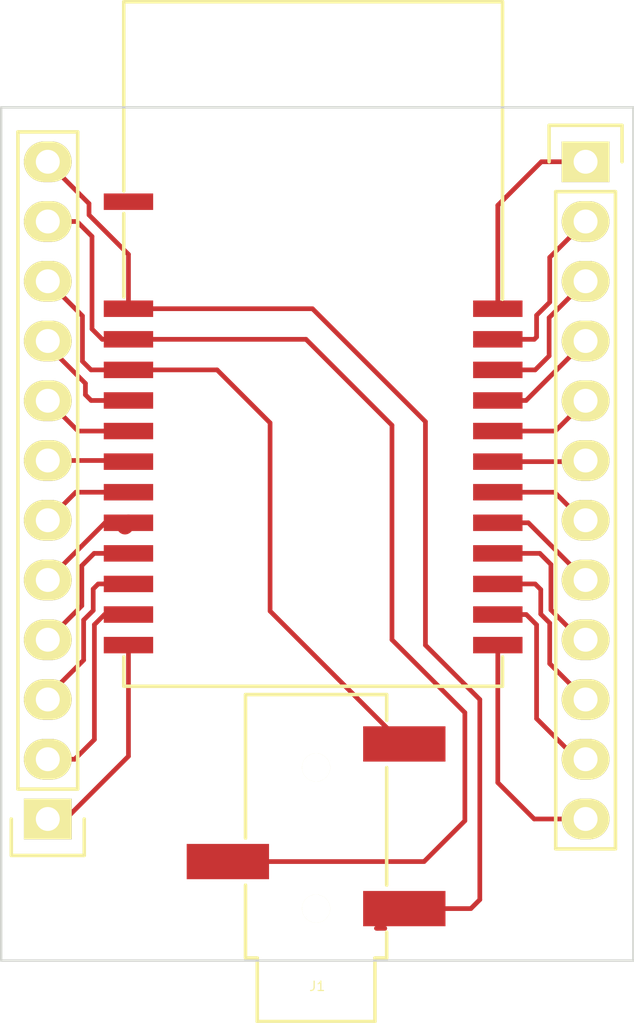
<source format=kicad_pcb>
(kicad_pcb (version 4) (host pcbnew 0.201506232253+5814~23~ubuntu14.04.1-product)

  (general
    (links 27)
    (no_connects 0)
    (area 139.671667 64.042999 172.748334 107.945001)
    (thickness 1.6)
    (drawings 4)
    (tracks 112)
    (zones 0)
    (modules 4)
    (nets 25)
  )

  (page A4)
  (layers
    (0 F.Cu signal)
    (31 B.Cu signal)
    (32 B.Adhes user)
    (33 F.Adhes user)
    (34 B.Paste user)
    (35 F.Paste user)
    (36 B.SilkS user)
    (37 F.SilkS user)
    (38 B.Mask user)
    (39 F.Mask user)
    (40 Dwgs.User user)
    (41 Cmts.User user)
    (42 Eco1.User user)
    (43 Eco2.User user)
    (44 Edge.Cuts user)
    (45 Margin user)
    (46 B.CrtYd user)
    (47 F.CrtYd user)
    (48 B.Fab user)
    (49 F.Fab user)
  )

  (setup
    (last_trace_width 0.2)
    (trace_clearance 0.2)
    (zone_clearance 0.508)
    (zone_45_only no)
    (trace_min 0.2)
    (segment_width 0.2)
    (edge_width 0.1)
    (via_size 0.6)
    (via_drill 0.4)
    (via_min_size 0.4)
    (via_min_drill 0.3)
    (uvia_size 0.3)
    (uvia_drill 0.1)
    (uvias_allowed no)
    (uvia_min_size 0.2)
    (uvia_min_drill 0.1)
    (pcb_text_width 0.3)
    (pcb_text_size 1.5 1.5)
    (mod_edge_width 0.15)
    (mod_text_size 1 1)
    (mod_text_width 0.15)
    (pad_size 1.5 1.5)
    (pad_drill 0.6)
    (pad_to_mask_clearance 0)
    (aux_axis_origin 0 0)
    (visible_elements FFFFFF7F)
    (pcbplotparams
      (layerselection 0x00000_00000001)
      (usegerberextensions false)
      (excludeedgelayer true)
      (linewidth 0.100000)
      (plotframeref false)
      (viasonmask false)
      (mode 1)
      (useauxorigin false)
      (hpglpennumber 1)
      (hpglpenspeed 20)
      (hpglpendiameter 15)
      (hpglpenoverlay 2)
      (psnegative false)
      (psa4output false)
      (plotreference true)
      (plotvalue true)
      (plotinvisibletext false)
      (padsonsilk false)
      (subtractmaskfromsilk false)
      (outputformat 4)
      (mirror false)
      (drillshape 2)
      (scaleselection 1)
      (outputdirectory /home/nail/tmp/plot/))
  )

  (net 0 "")
  (net 1 "Net-(J1-Pad1)")
  (net 2 "Net-(J1-Pad2)")
  (net 3 "Net-(J1-Pad5)")
  (net 4 "Net-(P1-Pad1)")
  (net 5 "Net-(P1-Pad2)")
  (net 6 "Net-(P1-Pad3)")
  (net 7 "Net-(P1-Pad4)")
  (net 8 "Net-(P1-Pad5)")
  (net 9 "Net-(P1-Pad6)")
  (net 10 "Net-(P1-Pad7)")
  (net 11 "Net-(P1-Pad8)")
  (net 12 "Net-(P1-Pad9)")
  (net 13 "Net-(P2-Pad1)")
  (net 14 "Net-(P2-Pad2)")
  (net 15 "Net-(P2-Pad3)")
  (net 16 "Net-(P2-Pad4)")
  (net 17 "Net-(P2-Pad5)")
  (net 18 "Net-(P2-Pad6)")
  (net 19 "Net-(P2-Pad7)")
  (net 20 "Net-(P2-Pad8)")
  (net 21 "Net-(P2-Pad9)")
  (net 22 "Net-(P2-Pad10)")
  (net 23 "Net-(P2-Pad11)")
  (net 24 "Net-(P2-Pad12)")

  (net_class Default "This is the default net class."
    (clearance 0.2)
    (trace_width 0.2)
    (via_dia 0.6)
    (via_drill 0.4)
    (uvia_dia 0.3)
    (uvia_drill 0.1)
    (add_net "Net-(J1-Pad1)")
    (add_net "Net-(J1-Pad2)")
    (add_net "Net-(J1-Pad5)")
    (add_net "Net-(P1-Pad1)")
    (add_net "Net-(P1-Pad2)")
    (add_net "Net-(P1-Pad3)")
    (add_net "Net-(P1-Pad4)")
    (add_net "Net-(P1-Pad5)")
    (add_net "Net-(P1-Pad6)")
    (add_net "Net-(P1-Pad7)")
    (add_net "Net-(P1-Pad8)")
    (add_net "Net-(P1-Pad9)")
    (add_net "Net-(P2-Pad1)")
    (add_net "Net-(P2-Pad10)")
    (add_net "Net-(P2-Pad11)")
    (add_net "Net-(P2-Pad12)")
    (add_net "Net-(P2-Pad2)")
    (add_net "Net-(P2-Pad3)")
    (add_net "Net-(P2-Pad4)")
    (add_net "Net-(P2-Pad5)")
    (add_net "Net-(P2-Pad6)")
    (add_net "Net-(P2-Pad7)")
    (add_net "Net-(P2-Pad8)")
    (add_net "Net-(P2-Pad9)")
  )

  (module Pin_Headers:Pin_Header_Straight_1x12 (layer F.Cu) (tedit 55784C76) (tstamp 5576E171)
    (at 144.78 99.06 180)
    (descr "Through hole pin header")
    (tags "pin header")
    (path /5576DE6D)
    (fp_text reference P1 (at 0 -5.1 180) (layer F.SilkS) hide
      (effects (font (size 1 1) (thickness 0.15)))
    )
    (fp_text value CONN_01X12 (at 0 -3.1 180) (layer F.Fab) hide
      (effects (font (size 1 1) (thickness 0.15)))
    )
    (fp_line (start -1.75 -1.75) (end -1.75 29.7) (layer F.CrtYd) (width 0.05))
    (fp_line (start 1.75 -1.75) (end 1.75 29.7) (layer F.CrtYd) (width 0.05))
    (fp_line (start -1.75 -1.75) (end 1.75 -1.75) (layer F.CrtYd) (width 0.05))
    (fp_line (start -1.75 29.7) (end 1.75 29.7) (layer F.CrtYd) (width 0.05))
    (fp_line (start 1.27 1.27) (end 1.27 29.21) (layer F.SilkS) (width 0.15))
    (fp_line (start 1.27 29.21) (end -1.27 29.21) (layer F.SilkS) (width 0.15))
    (fp_line (start -1.27 29.21) (end -1.27 1.27) (layer F.SilkS) (width 0.15))
    (fp_line (start 1.55 -1.55) (end 1.55 0) (layer F.SilkS) (width 0.15))
    (fp_line (start 1.27 1.27) (end -1.27 1.27) (layer F.SilkS) (width 0.15))
    (fp_line (start -1.55 0) (end -1.55 -1.55) (layer F.SilkS) (width 0.15))
    (fp_line (start -1.55 -1.55) (end 1.55 -1.55) (layer F.SilkS) (width 0.15))
    (pad 1 thru_hole rect (at 0 0 180) (size 2.032 1.7272) (drill 1.016) (layers *.Cu *.Mask F.SilkS)
      (net 4 "Net-(P1-Pad1)"))
    (pad 2 thru_hole oval (at 0 2.54 180) (size 2.032 1.7272) (drill 1.016) (layers *.Cu *.Mask F.SilkS)
      (net 5 "Net-(P1-Pad2)"))
    (pad 3 thru_hole oval (at 0 5.08 180) (size 2.032 1.7272) (drill 1.016) (layers *.Cu *.Mask F.SilkS)
      (net 6 "Net-(P1-Pad3)"))
    (pad 4 thru_hole oval (at 0 7.62 180) (size 2.032 1.7272) (drill 1.016) (layers *.Cu *.Mask F.SilkS)
      (net 7 "Net-(P1-Pad4)"))
    (pad 5 thru_hole oval (at 0 10.16 180) (size 2.032 1.7272) (drill 1.016) (layers *.Cu *.Mask F.SilkS)
      (net 8 "Net-(P1-Pad5)"))
    (pad 6 thru_hole oval (at 0 12.7 180) (size 2.032 1.7272) (drill 1.016) (layers *.Cu *.Mask F.SilkS)
      (net 9 "Net-(P1-Pad6)"))
    (pad 7 thru_hole oval (at 0 15.24 180) (size 2.032 1.7272) (drill 1.016) (layers *.Cu *.Mask F.SilkS)
      (net 10 "Net-(P1-Pad7)"))
    (pad 8 thru_hole oval (at 0 17.78 180) (size 2.032 1.7272) (drill 1.016) (layers *.Cu *.Mask F.SilkS)
      (net 11 "Net-(P1-Pad8)"))
    (pad 9 thru_hole oval (at 0 20.32 180) (size 2.032 1.7272) (drill 1.016) (layers *.Cu *.Mask F.SilkS)
      (net 12 "Net-(P1-Pad9)"))
    (pad 10 thru_hole oval (at 0 22.86 180) (size 2.032 1.7272) (drill 1.016) (layers *.Cu *.Mask F.SilkS)
      (net 3 "Net-(J1-Pad5)"))
    (pad 11 thru_hole oval (at 0 25.4 180) (size 2.032 1.7272) (drill 1.016) (layers *.Cu *.Mask F.SilkS)
      (net 2 "Net-(J1-Pad2)"))
    (pad 12 thru_hole oval (at 0 27.94 180) (size 2.032 1.7272) (drill 1.016) (layers *.Cu *.Mask F.SilkS)
      (net 1 "Net-(J1-Pad1)"))
    (model Pin_Headers.3dshapes/Pin_Header_Straight_1x12.wrl
      (at (xyz 0 -0.55 0))
      (scale (xyz 1 1 1))
      (rotate (xyz 0 0 90))
    )
  )

  (module Pin_Headers:Pin_Header_Straight_1x12 (layer F.Cu) (tedit 55784C70) (tstamp 5576E181)
    (at 167.64 71.12)
    (descr "Through hole pin header")
    (tags "pin header")
    (path /5576DF5A)
    (fp_text reference P2 (at 0 -5.1) (layer F.SilkS) hide
      (effects (font (size 1 1) (thickness 0.15)))
    )
    (fp_text value CONN_01X12 (at 0 -3.1) (layer F.Fab) hide
      (effects (font (size 1 1) (thickness 0.15)))
    )
    (fp_line (start -1.75 -1.75) (end -1.75 29.7) (layer F.CrtYd) (width 0.05))
    (fp_line (start 1.75 -1.75) (end 1.75 29.7) (layer F.CrtYd) (width 0.05))
    (fp_line (start -1.75 -1.75) (end 1.75 -1.75) (layer F.CrtYd) (width 0.05))
    (fp_line (start -1.75 29.7) (end 1.75 29.7) (layer F.CrtYd) (width 0.05))
    (fp_line (start 1.27 1.27) (end 1.27 29.21) (layer F.SilkS) (width 0.15))
    (fp_line (start 1.27 29.21) (end -1.27 29.21) (layer F.SilkS) (width 0.15))
    (fp_line (start -1.27 29.21) (end -1.27 1.27) (layer F.SilkS) (width 0.15))
    (fp_line (start 1.55 -1.55) (end 1.55 0) (layer F.SilkS) (width 0.15))
    (fp_line (start 1.27 1.27) (end -1.27 1.27) (layer F.SilkS) (width 0.15))
    (fp_line (start -1.55 0) (end -1.55 -1.55) (layer F.SilkS) (width 0.15))
    (fp_line (start -1.55 -1.55) (end 1.55 -1.55) (layer F.SilkS) (width 0.15))
    (pad 1 thru_hole rect (at 0 0) (size 2.032 1.7272) (drill 1.016) (layers *.Cu *.Mask F.SilkS)
      (net 13 "Net-(P2-Pad1)"))
    (pad 2 thru_hole oval (at 0 2.54) (size 2.032 1.7272) (drill 1.016) (layers *.Cu *.Mask F.SilkS)
      (net 14 "Net-(P2-Pad2)"))
    (pad 3 thru_hole oval (at 0 5.08) (size 2.032 1.7272) (drill 1.016) (layers *.Cu *.Mask F.SilkS)
      (net 15 "Net-(P2-Pad3)"))
    (pad 4 thru_hole oval (at 0 7.62) (size 2.032 1.7272) (drill 1.016) (layers *.Cu *.Mask F.SilkS)
      (net 16 "Net-(P2-Pad4)"))
    (pad 5 thru_hole oval (at 0 10.16) (size 2.032 1.7272) (drill 1.016) (layers *.Cu *.Mask F.SilkS)
      (net 17 "Net-(P2-Pad5)"))
    (pad 6 thru_hole oval (at 0 12.7) (size 2.032 1.7272) (drill 1.016) (layers *.Cu *.Mask F.SilkS)
      (net 18 "Net-(P2-Pad6)"))
    (pad 7 thru_hole oval (at 0 15.24) (size 2.032 1.7272) (drill 1.016) (layers *.Cu *.Mask F.SilkS)
      (net 19 "Net-(P2-Pad7)"))
    (pad 8 thru_hole oval (at 0 17.78) (size 2.032 1.7272) (drill 1.016) (layers *.Cu *.Mask F.SilkS)
      (net 20 "Net-(P2-Pad8)"))
    (pad 9 thru_hole oval (at 0 20.32) (size 2.032 1.7272) (drill 1.016) (layers *.Cu *.Mask F.SilkS)
      (net 21 "Net-(P2-Pad9)"))
    (pad 10 thru_hole oval (at 0 22.86) (size 2.032 1.7272) (drill 1.016) (layers *.Cu *.Mask F.SilkS)
      (net 22 "Net-(P2-Pad10)"))
    (pad 11 thru_hole oval (at 0 25.4) (size 2.032 1.7272) (drill 1.016) (layers *.Cu *.Mask F.SilkS)
      (net 23 "Net-(P2-Pad11)"))
    (pad 12 thru_hole oval (at 0 27.94) (size 2.032 1.7272) (drill 1.016) (layers *.Cu *.Mask F.SilkS)
      (net 24 "Net-(P2-Pad12)"))
    (model Pin_Headers.3dshapes/Pin_Header_Straight_1x12.wrl
      (at (xyz 0 -0.55 0))
      (scale (xyz 1 1 1))
      (rotate (xyz 0 0 90))
    )
  )

  (module my_modules:XS3868 (layer F.Cu) (tedit 55784D7E) (tstamp 5576E19E)
    (at 148.209 93.218)
    (path /5576DBD3)
    (fp_text reference U1 (at 7.8 -18.7) (layer F.SilkS) hide
      (effects (font (size 1.5 1.5) (thickness 0.15)))
    )
    (fp_text value XS3860 (at 7.874 -21.463) (layer F.Fab)
      (effects (font (size 1.5 1.5) (thickness 0.15)))
    )
    (fp_line (start -0.2 -1.05) (end -0.2 0.2) (layer F.SilkS) (width 0.15))
    (fp_line (start -0.2 0.2) (end 15.9 0.2) (layer F.SilkS) (width 0.15))
    (fp_line (start 15.9 0.2) (end 15.9 -1.05) (layer F.SilkS) (width 0.15))
    (fp_line (start -0.2 -19.9) (end -0.2 -16.35) (layer F.SilkS) (width 0.15))
    (fp_line (start 15.9 -16.25) (end 15.9 -28.9) (layer F.SilkS) (width 0.15))
    (fp_line (start 15.9 -28.9) (end -0.2 -28.9) (layer F.SilkS) (width 0.15))
    (fp_line (start -0.2 -28.9) (end -0.2 -20.85) (layer F.SilkS) (width 0.15))
    (pad 1 smd rect (at 0 -20.4) (size 2.1 0.7) (layers F.Cu F.Paste F.Mask))
    (pad 2 smd rect (at 0 -15.85) (size 2.1 0.7) (layers F.Cu F.Paste F.Mask)
      (net 1 "Net-(J1-Pad1)"))
    (pad 3 smd rect (at 0 -14.55) (size 2.1 0.7) (layers F.Cu F.Paste F.Mask)
      (net 2 "Net-(J1-Pad2)"))
    (pad 4 smd rect (at 0 -13.25) (size 2.1 0.7) (layers F.Cu F.Paste F.Mask)
      (net 3 "Net-(J1-Pad5)"))
    (pad 5 smd rect (at 0 -11.95) (size 2.1 0.7) (layers F.Cu F.Paste F.Mask)
      (net 12 "Net-(P1-Pad9)"))
    (pad 6 smd rect (at 0 -10.65) (size 2.1 0.7) (layers F.Cu F.Paste F.Mask)
      (net 11 "Net-(P1-Pad8)"))
    (pad 7 smd rect (at 0 -9.35) (size 2.1 0.7) (layers F.Cu F.Paste F.Mask)
      (net 10 "Net-(P1-Pad7)"))
    (pad 8 smd rect (at 0 -8.05) (size 2.1 0.7) (layers F.Cu F.Paste F.Mask)
      (net 9 "Net-(P1-Pad6)"))
    (pad 9 smd rect (at 0 -6.75) (size 2.1 0.7) (layers F.Cu F.Paste F.Mask)
      (net 8 "Net-(P1-Pad5)"))
    (pad 10 smd rect (at 0 -5.45) (size 2.1 0.7) (layers F.Cu F.Paste F.Mask)
      (net 7 "Net-(P1-Pad4)"))
    (pad 11 smd rect (at 0 -4.15) (size 2.1 0.7) (layers F.Cu F.Paste F.Mask)
      (net 6 "Net-(P1-Pad3)"))
    (pad 12 smd rect (at 0 -2.85) (size 2.1 0.7) (layers F.Cu F.Paste F.Mask)
      (net 5 "Net-(P1-Pad2)"))
    (pad 13 smd rect (at 0 -1.55) (size 2.1 0.7) (layers F.Cu F.Paste F.Mask)
      (net 4 "Net-(P1-Pad1)"))
    (pad 25 smd rect (at 15.7 -15.85) (size 2.1 0.7) (layers F.Cu F.Paste F.Mask)
      (net 13 "Net-(P2-Pad1)"))
    (pad 24 smd rect (at 15.7 -14.55) (size 2.1 0.7) (layers F.Cu F.Paste F.Mask)
      (net 14 "Net-(P2-Pad2)"))
    (pad 23 smd rect (at 15.7 -13.25) (size 2.1 0.7) (layers F.Cu F.Paste F.Mask)
      (net 15 "Net-(P2-Pad3)"))
    (pad 22 smd rect (at 15.7 -11.95) (size 2.1 0.7) (layers F.Cu F.Paste F.Mask)
      (net 16 "Net-(P2-Pad4)"))
    (pad 21 smd rect (at 15.7 -10.65) (size 2.1 0.7) (layers F.Cu F.Paste F.Mask)
      (net 17 "Net-(P2-Pad5)"))
    (pad 20 smd rect (at 15.7 -9.35) (size 2.1 0.7) (layers F.Cu F.Paste F.Mask)
      (net 18 "Net-(P2-Pad6)"))
    (pad 19 smd rect (at 15.7 -8.05) (size 2.1 0.7) (layers F.Cu F.Paste F.Mask)
      (net 19 "Net-(P2-Pad7)"))
    (pad 18 smd rect (at 15.7 -6.75) (size 2.1 0.7) (layers F.Cu F.Paste F.Mask)
      (net 20 "Net-(P2-Pad8)"))
    (pad 17 smd rect (at 15.7 -5.45) (size 2.1 0.7) (layers F.Cu F.Paste F.Mask)
      (net 21 "Net-(P2-Pad9)"))
    (pad 16 smd rect (at 15.7 -4.15) (size 2.1 0.7) (layers F.Cu F.Paste F.Mask)
      (net 22 "Net-(P2-Pad10)"))
    (pad 15 smd rect (at 15.7 -2.85) (size 2.1 0.7) (layers F.Cu F.Paste F.Mask)
      (net 23 "Net-(P2-Pad11)"))
    (pad 14 smd rect (at 15.7 -1.55) (size 2.1 0.7) (layers F.Cu F.Paste F.Mask)
      (net 24 "Net-(P2-Pad12)"))
  )

  (module jacks:3.5mm_stereo_jack_PJ3020B (layer F.Cu) (tedit 558ACB18) (tstamp 55784CB1)
    (at 156.1846 102.87 180)
    (path /5576DC76)
    (fp_text reference J1 (at -0.05 -3.3 180) (layer F.SilkS)
      (effects (font (size 0.39878 0.39878) (thickness 0.0508)))
    )
    (fp_text value "" (at 0.11 2.15 270) (layer F.SilkS) hide
      (effects (font (thickness 0.3048)))
    )
    (fp_line (start 3 3) (end 3 9.1) (layer F.SilkS) (width 0.15))
    (fp_line (start 3 9.1) (end -3 9.1) (layer F.SilkS) (width 0.15))
    (fp_line (start -3 9.1) (end -3 8) (layer F.SilkS) (width 0.15))
    (fp_line (start -3 1) (end -3 6) (layer F.SilkS) (width 0.15))
    (fp_line (start -3 -1) (end -3 -2.1) (layer F.SilkS) (width 0.15))
    (fp_line (start -3 -2.1) (end -2.5 -2.1) (layer F.SilkS) (width 0.15))
    (fp_line (start -2.5 -2.1) (end -2.5 -4.8) (layer F.SilkS) (width 0.15))
    (fp_line (start -2.5 -4.8) (end 2.5 -4.8) (layer F.SilkS) (width 0.15))
    (fp_line (start 2.5 -4.8) (end 2.5 -2.1) (layer F.SilkS) (width 0.15))
    (fp_line (start 2.5 -2.1) (end 3 -2.1) (layer F.SilkS) (width 0.15))
    (fp_line (start 3 -2.1) (end 3 1) (layer F.SilkS) (width 0.15))
    (pad "" np_thru_hole circle (at 0 6 180) (size 1.2 1.2) (drill 1.2) (layers *.Cu *.Mask F.SilkS))
    (pad 5 smd rect (at -3.75 7 180) (size 3.5 1.5) (layers F.Cu F.Paste F.Mask)
      (net 3 "Net-(J1-Pad5)"))
    (pad 2 smd rect (at 3.75 2 180) (size 3.5 1.5) (layers F.Cu F.Paste F.Mask)
      (net 2 "Net-(J1-Pad2)"))
    (pad 1 smd rect (at -3.75 0 180) (size 3.5 1.5) (layers F.Cu F.Paste F.Mask)
      (net 1 "Net-(J1-Pad1)"))
    (pad "" np_thru_hole circle (at 0 0 180) (size 1.2 1.2) (drill 1.2) (layers *.Cu *.Mask F.SilkS))
  )

  (gr_line (start 142.7988 68.8086) (end 169.672 68.8086) (angle 90) (layer Edge.Cuts) (width 0.1))
  (gr_line (start 142.7988 105.0798) (end 142.7988 68.8086) (angle 90) (layer Edge.Cuts) (width 0.1))
  (gr_line (start 169.672 105.0798) (end 142.7988 105.0798) (angle 90) (layer Edge.Cuts) (width 0.1))
  (gr_line (start 169.672 68.8086) (end 169.672 105.0798) (angle 90) (layer Edge.Cuts) (width 0.1))

  (segment (start 158.8036 103.7082) (end 158.75 103.7082) (width 0.2) (layer F.Cu) (net 0))
  (segment (start 158.8036 103.7082) (end 159.1056 103.7082) (width 0.2) (layer F.Cu) (net 0))
  (segment (start 159.9346 102.87) (end 162.7632 102.87) (width 0.2) (layer F.Cu) (net 1))
  (segment (start 156.0318 77.368) (end 148.209 77.368) (width 0.2) (layer F.Cu) (net 1) (tstamp 558AD842))
  (segment (start 160.8328 82.169) (end 156.0318 77.368) (width 0.2) (layer F.Cu) (net 1) (tstamp 558AD840))
  (segment (start 160.8328 91.6686) (end 160.8328 82.169) (width 0.2) (layer F.Cu) (net 1) (tstamp 558AD83E))
  (segment (start 163.1442 93.98) (end 160.8328 91.6686) (width 0.2) (layer F.Cu) (net 1) (tstamp 558AD83C))
  (segment (start 163.1442 102.489) (end 163.1442 93.98) (width 0.2) (layer F.Cu) (net 1) (tstamp 558AD83B))
  (segment (start 162.7632 102.87) (end 163.1442 102.489) (width 0.2) (layer F.Cu) (net 1) (tstamp 558AD83A))
  (segment (start 148.209 75.057) (end 148.209 77.368) (width 0.2) (layer F.Cu) (net 1) (tstamp 55784FA1))
  (segment (start 146.5326 73.3806) (end 148.209 75.057) (width 0.2) (layer F.Cu) (net 1) (tstamp 55784FA0))
  (segment (start 146.5326 72.898) (end 146.5326 73.3806) (width 0.2) (layer F.Cu) (net 1) (tstamp 55784F9F))
  (segment (start 144.78 71.1454) (end 146.5326 72.898) (width 0.2) (layer F.Cu) (net 1) (tstamp 55784F9E))
  (segment (start 144.78 71.12) (end 144.78 71.1454) (width 0.2) (layer F.Cu) (net 1))
  (segment (start 148.209 78.668) (end 155.757 78.668) (width 0.2) (layer F.Cu) (net 2))
  (segment (start 160.7754 100.87) (end 152.4346 100.87) (width 0.2) (layer F.Cu) (net 2) (tstamp 558AD850))
  (segment (start 162.5092 99.1362) (end 160.7754 100.87) (width 0.2) (layer F.Cu) (net 2) (tstamp 558AD84E))
  (segment (start 162.5092 94.5388) (end 162.5092 99.1362) (width 0.2) (layer F.Cu) (net 2) (tstamp 558AD84C))
  (segment (start 159.4104 91.44) (end 162.5092 94.5388) (width 0.2) (layer F.Cu) (net 2) (tstamp 558AD84A))
  (segment (start 159.4104 82.3214) (end 159.4104 91.44) (width 0.2) (layer F.Cu) (net 2) (tstamp 558AD848))
  (segment (start 155.757 78.668) (end 159.4104 82.3214) (width 0.2) (layer F.Cu) (net 2) (tstamp 558AD846))
  (segment (start 147.0956 78.668) (end 146.6596 78.232) (width 0.2) (layer F.Cu) (net 2) (tstamp 55784F98))
  (segment (start 146.6596 78.232) (end 146.6596 74.295) (width 0.2) (layer F.Cu) (net 2) (tstamp 55784F99))
  (segment (start 146.6596 74.295) (end 146.0246 73.66) (width 0.2) (layer F.Cu) (net 2) (tstamp 55784F9A))
  (segment (start 146.0246 73.66) (end 144.78 73.66) (width 0.2) (layer F.Cu) (net 2) (tstamp 55784F9B))
  (segment (start 148.209 78.668) (end 147.0956 78.668) (width 0.2) (layer F.Cu) (net 2))
  (segment (start 159.9346 95.87) (end 159.878 95.87) (width 0.2) (layer F.Cu) (net 3))
  (segment (start 159.878 95.87) (end 154.2288 90.2208) (width 0.2) (layer F.Cu) (net 3) (tstamp 558AD854))
  (segment (start 154.2288 90.2208) (end 154.2288 82.2198) (width 0.2) (layer F.Cu) (net 3) (tstamp 558AD855))
  (segment (start 154.2288 82.2198) (end 151.977 79.968) (width 0.2) (layer F.Cu) (net 3) (tstamp 558AD857))
  (segment (start 151.977 79.968) (end 148.209 79.968) (width 0.2) (layer F.Cu) (net 3) (tstamp 558AD859))
  (segment (start 146.2532 77.6732) (end 144.78 76.2) (width 0.2) (layer F.Cu) (net 3) (tstamp 55784F94))
  (segment (start 146.2532 79.6036) (end 146.2532 77.6732) (width 0.2) (layer F.Cu) (net 3) (tstamp 55784F93))
  (segment (start 146.6176 79.968) (end 146.2532 79.6036) (width 0.2) (layer F.Cu) (net 3) (tstamp 55784F92))
  (segment (start 148.209 79.968) (end 146.6176 79.968) (width 0.2) (layer F.Cu) (net 3))
  (segment (start 145.542 99.06) (end 147.574 97.028) (width 0.2) (layer F.Cu) (net 4) (tstamp 55784FC3))
  (segment (start 144.78 99.06) (end 145.542 99.06) (width 0.2) (layer F.Cu) (net 4))
  (segment (start 148.209 96.393) (end 147.574 97.028) (width 0.2) (layer F.Cu) (net 4) (tstamp 55784FC9))
  (segment (start 148.209 91.668) (end 148.209 96.393) (width 0.2) (layer F.Cu) (net 4))
  (segment (start 145.923 96.52) (end 144.78 96.52) (width 0.2) (layer F.Cu) (net 5) (tstamp 55784FBF))
  (segment (start 146.7612 95.6818) (end 145.923 96.52) (width 0.2) (layer F.Cu) (net 5) (tstamp 55784FBE))
  (segment (start 146.7612 90.798602) (end 146.7612 95.6818) (width 0.2) (layer F.Cu) (net 5) (tstamp 55784FBD))
  (segment (start 147.191802 90.368) (end 146.7612 90.798602) (width 0.2) (layer F.Cu) (net 5) (tstamp 55784FBC))
  (segment (start 148.209 90.368) (end 147.191802 90.368) (width 0.2) (layer F.Cu) (net 5))
  (segment (start 146.9234 89.068) (end 148.209 89.068) (width 0.2) (layer F.Cu) (net 6) (tstamp 55784FB9))
  (segment (start 146.7104 89.281) (end 146.9234 89.068) (width 0.2) (layer F.Cu) (net 6) (tstamp 55784FB8))
  (segment (start 146.7104 90.1954) (end 146.7104 89.281) (width 0.2) (layer F.Cu) (net 6) (tstamp 55784FB7))
  (segment (start 146.304 90.6018) (end 146.7104 90.1954) (width 0.2) (layer F.Cu) (net 6) (tstamp 55784FB6))
  (segment (start 146.304 92.3036) (end 146.304 90.6018) (width 0.2) (layer F.Cu) (net 6) (tstamp 55784FB4))
  (segment (start 144.78 93.8276) (end 146.304 92.3036) (width 0.2) (layer F.Cu) (net 6) (tstamp 55784FB3))
  (segment (start 144.78 93.98) (end 144.78 93.8276) (width 0.2) (layer F.Cu) (net 6))
  (segment (start 146.7502 87.768) (end 146.2278 88.2904) (width 0.2) (layer F.Cu) (net 7) (tstamp 55784FAD))
  (segment (start 146.2278 88.2904) (end 146.2278 89.9922) (width 0.2) (layer F.Cu) (net 7) (tstamp 55784FAE))
  (segment (start 146.2278 89.9922) (end 144.78 91.44) (width 0.2) (layer F.Cu) (net 7) (tstamp 55784FAF))
  (segment (start 148.209 87.768) (end 146.7502 87.768) (width 0.2) (layer F.Cu) (net 7))
  (segment (start 148.063 86.614) (end 148.209 86.468) (width 0.7) (layer F.Cu) (net 8) (tstamp 55784E52))
  (segment (start 147.212 86.468) (end 144.78 88.9) (width 0.2) (layer F.Cu) (net 8) (tstamp 55784FA9))
  (segment (start 148.209 86.468) (end 147.212 86.468) (width 0.2) (layer F.Cu) (net 8))
  (segment (start 145.972 85.168) (end 144.78 86.36) (width 0.2) (layer F.Cu) (net 9) (tstamp 55784FA5))
  (segment (start 148.209 85.168) (end 145.972 85.168) (width 0.2) (layer F.Cu) (net 9))
  (segment (start 148.161 83.82) (end 148.209 83.868) (width 0.2) (layer F.Cu) (net 10) (tstamp 55784F85))
  (segment (start 144.78 83.82) (end 148.161 83.82) (width 0.2) (layer F.Cu) (net 10))
  (segment (start 146.068 82.568) (end 144.78 81.28) (width 0.2) (layer F.Cu) (net 11) (tstamp 55784F88))
  (segment (start 148.209 82.568) (end 146.068 82.568) (width 0.2) (layer F.Cu) (net 11))
  (segment (start 146.6222 81.268) (end 148.209 81.268) (width 0.2) (layer F.Cu) (net 12) (tstamp 55784F8F))
  (segment (start 146.3802 81.026) (end 146.6222 81.268) (width 0.2) (layer F.Cu) (net 12) (tstamp 55784F8E))
  (segment (start 146.3802 80.5434) (end 146.3802 81.026) (width 0.2) (layer F.Cu) (net 12) (tstamp 55784F8D))
  (segment (start 144.78 78.9432) (end 146.3802 80.5434) (width 0.2) (layer F.Cu) (net 12) (tstamp 55784F8C))
  (segment (start 144.78 78.74) (end 144.78 78.9432) (width 0.2) (layer F.Cu) (net 12))
  (segment (start 163.909 72.9714) (end 165.7604 71.12) (width 0.2) (layer F.Cu) (net 13) (tstamp 5578500A))
  (segment (start 165.7604 71.12) (end 167.64 71.12) (width 0.2) (layer F.Cu) (net 13) (tstamp 5578500C))
  (segment (start 163.909 77.368) (end 163.909 72.9714) (width 0.2) (layer F.Cu) (net 13))
  (segment (start 165.4598 78.668) (end 165.5572 78.5706) (width 0.2) (layer F.Cu) (net 14) (tstamp 55785002))
  (segment (start 165.5572 78.5706) (end 165.5572 77.6478) (width 0.2) (layer F.Cu) (net 14) (tstamp 55785003))
  (segment (start 165.5572 77.6478) (end 166.116 77.089) (width 0.2) (layer F.Cu) (net 14) (tstamp 55785004))
  (segment (start 166.116 77.089) (end 166.116 75.184) (width 0.2) (layer F.Cu) (net 14) (tstamp 55785005))
  (segment (start 166.116 75.184) (end 167.64 73.66) (width 0.2) (layer F.Cu) (net 14) (tstamp 55785006))
  (segment (start 163.909 78.668) (end 165.4598 78.668) (width 0.2) (layer F.Cu) (net 14))
  (segment (start 165.4976 79.968) (end 166.0906 79.375) (width 0.2) (layer F.Cu) (net 15) (tstamp 55784FFC))
  (segment (start 166.0906 79.375) (end 166.0906 77.7494) (width 0.2) (layer F.Cu) (net 15) (tstamp 55784FFD))
  (segment (start 166.0906 77.7494) (end 167.64 76.2) (width 0.2) (layer F.Cu) (net 15) (tstamp 55784FFE))
  (segment (start 163.909 79.968) (end 165.4976 79.968) (width 0.2) (layer F.Cu) (net 15))
  (segment (start 165.112 81.268) (end 167.64 78.74) (width 0.2) (layer F.Cu) (net 16) (tstamp 55784FF8))
  (segment (start 163.909 81.268) (end 165.112 81.268) (width 0.2) (layer F.Cu) (net 16))
  (segment (start 166.352 82.568) (end 167.64 81.28) (width 0.2) (layer F.Cu) (net 17) (tstamp 55784FF4))
  (segment (start 163.909 82.568) (end 166.352 82.568) (width 0.2) (layer F.Cu) (net 17))
  (segment (start 167.592 83.868) (end 167.64 83.82) (width 0.2) (layer F.Cu) (net 18) (tstamp 55784FD2))
  (segment (start 163.909 83.868) (end 167.592 83.868) (width 0.2) (layer F.Cu) (net 18))
  (segment (start 166.321 85.168) (end 163.909 85.168) (width 0.2) (layer F.Cu) (net 19) (tstamp 55784FD6))
  (segment (start 167.513 86.36) (end 166.321 85.168) (width 0.2) (layer F.Cu) (net 19) (tstamp 55784FD5))
  (segment (start 167.64 86.36) (end 167.513 86.36) (width 0.2) (layer F.Cu) (net 19))
  (segment (start 165.208 86.468) (end 167.64 88.9) (width 0.2) (layer F.Cu) (net 20) (tstamp 55784FDA))
  (segment (start 163.909 86.468) (end 165.208 86.468) (width 0.2) (layer F.Cu) (net 20))
  (segment (start 165.6952 87.768) (end 163.909 87.768) (width 0.2) (layer F.Cu) (net 21) (tstamp 55784FE2))
  (segment (start 166.1668 88.2396) (end 165.6952 87.768) (width 0.2) (layer F.Cu) (net 21) (tstamp 55784FE1))
  (segment (start 166.1668 90.17) (end 166.1668 88.2396) (width 0.2) (layer F.Cu) (net 21) (tstamp 55784FDF))
  (segment (start 167.4368 91.44) (end 166.1668 90.17) (width 0.2) (layer F.Cu) (net 21) (tstamp 55784FDE))
  (segment (start 167.64 91.44) (end 167.4368 91.44) (width 0.2) (layer F.Cu) (net 21))
  (segment (start 165.4966 89.068) (end 165.735 89.3064) (width 0.2) (layer F.Cu) (net 22) (tstamp 55784FE5))
  (segment (start 165.735 89.3064) (end 165.735 90.3478) (width 0.2) (layer F.Cu) (net 22) (tstamp 55784FE6))
  (segment (start 165.735 90.3478) (end 166.116 90.7288) (width 0.2) (layer F.Cu) (net 22) (tstamp 55784FE7))
  (segment (start 166.116 90.7288) (end 166.116 92.456) (width 0.2) (layer F.Cu) (net 22) (tstamp 55784FE8))
  (segment (start 166.116 92.456) (end 167.64 93.98) (width 0.2) (layer F.Cu) (net 22) (tstamp 55784FE9))
  (segment (start 163.909 89.068) (end 165.4966 89.068) (width 0.2) (layer F.Cu) (net 22))
  (segment (start 165.1202 90.368) (end 163.909 90.368) (width 0.2) (layer F.Cu) (net 23) (tstamp 55784FF1))
  (segment (start 165.5572 90.805) (end 165.1202 90.368) (width 0.2) (layer F.Cu) (net 23) (tstamp 55784FF0))
  (segment (start 165.5572 94.7928) (end 165.5572 90.805) (width 0.2) (layer F.Cu) (net 23) (tstamp 55784FEE))
  (segment (start 167.2844 96.52) (end 165.5572 94.7928) (width 0.2) (layer F.Cu) (net 23) (tstamp 55784FED))
  (segment (start 167.64 96.52) (end 167.2844 96.52) (width 0.2) (layer F.Cu) (net 23))
  (segment (start 165.4556 99.06) (end 163.909 97.5134) (width 0.2) (layer F.Cu) (net 24) (tstamp 55784FCC))
  (segment (start 163.909 97.5134) (end 163.909 91.668) (width 0.2) (layer F.Cu) (net 24) (tstamp 55784FCE))
  (segment (start 167.64 99.06) (end 165.4556 99.06) (width 0.2) (layer F.Cu) (net 24))

)

</source>
